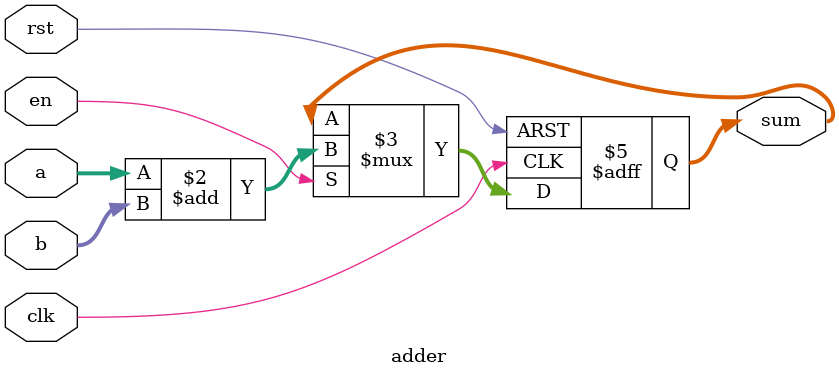
<source format=sv>
module adder (
    input  logic        clk,
    input  logic        rst,
    input  logic        en,
    input  logic [7:0]  a,
    input  logic [7:0]  b,
    output logic [8:0]  sum
);

always_ff @(posedge clk or posedge rst) begin
    if (rst)
        sum <= 0;
    else if (en)
        sum <= a + b;
end

endmodule

</source>
